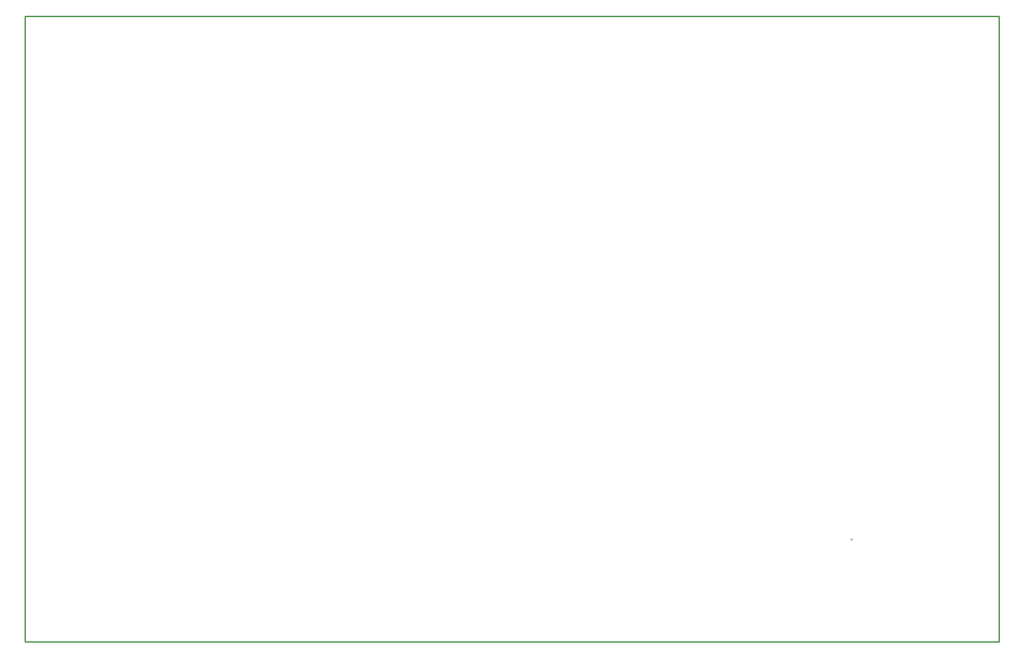
<source format=gm1>
G04 Layer_Color=16711935*
%FSLAX44Y44*%
%MOMM*%
G71*
G01*
G75*
%ADD13C,0.2540*%
%ADD18C,0.1000*%
D13*
X0Y1207700D02*
X1879800D01*
Y0D02*
Y1207700D01*
X0Y0D02*
X1879800D01*
X0D02*
Y1207700D01*
X1879800D01*
Y0D02*
Y1207700D01*
X0Y0D02*
X1879800D01*
X0D02*
Y1207700D01*
D18*
X1592900Y197500D02*
X1596900D01*
X1594900Y195500D02*
Y199500D01*
X1592900Y197500D02*
X1596900D01*
X1594900Y195500D02*
Y199500D01*
M02*

</source>
